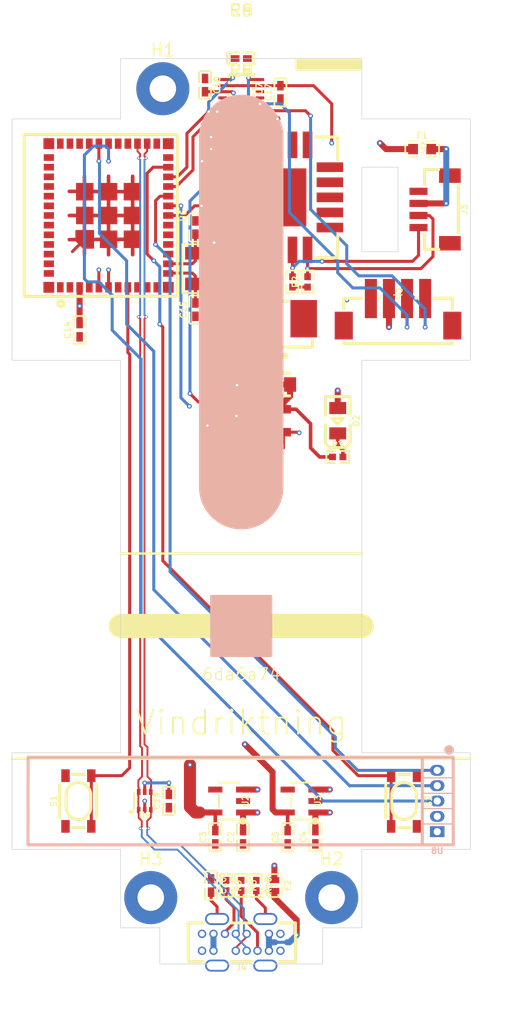
<source format=kicad_pcb>
(kicad_pcb (version 20240108) (generator "pcbnew") (generator_version "8.0")
  (layers (0 "F.Cu" signal) (1 "In1.Cu" signal) (2 "In2.Cu" signal) (31 "B.Cu" signal) (34 "B.Paste" user) (35 "F.Paste" user) (36 "B.SilkS" user "B.Silkscreen") (37 "F.SilkS" user "F.Silkscreen") (38 "B.Mask" user) (39 "F.Mask" user) (44 "Edge.Cuts" user))
  (net 0 "")
  (net 1 "SDA")
  (net 2 "GND")
  (net 3 "U5-5")
  (net 4 "U5-7")
  (net 5 "3V3_PERIPHERAL")
  (net 6 "U5-2")
  (net 7 "SCL")
  (net 8 "U6-17")
  (net 9 "U6-32")
  (net 10 "U6-15")
  (net 11 "MCU_GPIO4")
  (net 12 "U6-9")
  (net 13 "MCU_GPIO10")
  (net 14 "U6-24")
  (net 15 "U6-7")
  (net 16 "U6-4")
  (net 17 "U6-35")
  (net 18 "MCU_GPIO1")
  (net 19 "CHIP_EN")
  (net 20 "U6-25")
  (net 21 "U6-10")
  (net 22 "MCU_GPIO0")
  (net 23 "3V3_MCU")
  (net 24 "U6-28")
  (net 25 "MCU_GPIO5")
  (net 26 "U6-29")
  (net 27 "MCU_GPIO6")
  (net 28 "U6-34")
  (net 29 "U6-33")
  (net 30 "MCU_GPIO9")
  (net 31 "DSF_MCU_UART1_RX")
  (net 32 "DSF_MCU_UART1_TX")
  (net 33 "USF_PM_SENSOR_LEVEL_SHIFTER_RX")
  (net 34 "USF_PM_SENSOR_LEVEL_SHIFTER_TX")
  (net 35 "5V")
  (net 36 "U4-1")
  (net 37 "U4-4")
  (net 38 "LED1-2-U4-8")
  (net 39 "USB_CC1")
  (net 40 "VBUS")
  (net 41 "C20-1-J4-0-R10-1")
  (net 42 "USB_DN")
  (net 43 "USB_DP")
  (net 44 "USB_CC2")
  (net 45 "U3-4")
  (net 46 "U2-4")
  (net 47 "FAN_OUT-")
  (net 48 "DSF_MCU_UART0_TX")
  (net 49 "D2-2-R7-1")
  (net 50 "U1-17")
  (net 51 "U1-2")
  (net 52 "U1-8")
  (net 53 "U1-1")
  (net 54 "U1-15")
  (net 55 "U1-18")
  (net 56 "U1-5")
  (net 57 "U1-4")
  (net 58 "U1-11")
  (net 59 "U1-3")
  (net 60 "U1-13")
  (net 61 "U1-16")
  (net 62 "U1-14")
  (net 63 "U1-12")
  (net 64 "LED3-4-LED4-2")
  (net 65 "LED2-4-LED3-2")
  (net 66 "LED1-4-LED2-2")
  (net 67 "LED5-4")
  (net 68 "LED4-4-LED5-2")
  (net 69 "R1-2-R2-2")
  (net 70 "F1-1-J3-2")
  (net 71 "J2-5")
  (net 72 "J2-6")
  (net 73 "J3-5")
  (net 74 "J3-6")
  (net 75 "J1-4")
  (net 76 "J1-3")
  (net 77 "DSF_MCU_UART0_RX")
  (net 78 "U6-27")
  (net 79 "U6-30")
  (net 80 "U6-5")
  (net 81 "U6-26")
  (net 82 "U6-21")
  (net 83 "U6-31")
  (net 84 "U6-6")
  (net 85 "U2-3-U3-3")
  (net 86 "U6-22")
  (footprint "lcsc:C0402" (layer "F.Cu") (at 1.15 5 180)
    (property "Reference" "C1")
    (property "Value" "100nF 16V X7R")
  )
  (footprint "lcsc:KEY-SMD_4P-L4.2-W3.2-P2.20-LS4.6" (layer "F.Cu") (at -13.5 61.5 270)
    (property "Reference" "S1")
    (property "Value" "Button")
  )
  (footprint "lcsc:C0402" (layer "F.Cu") (at -6 61.5 -90)
    (property "Reference" "C19")
    (property "Value" "100nF 16V X7R")
  )
  (footprint "lcsc:CONN-SMD_ZH1.5-4AB" (layer "F.Cu") (at 13 21 180)
    (property "Reference" "J2")
    (property "Value" "B4B_ZR_SM4_TF")
  )
  (footprint "lcsc:R0402" (layer "F.Cu") (at 0 0 0)
    (property "Reference" "R6")
    (property "Value" "100Ω")
  )
  (footprint "lcsc:R0402" (layer "F.Cu") (at 1.25 68.5 90)
    (property "Reference" "R10")
    (property "Value" "1MΩ")
  )
  (footprint "lcsc:WIFIM-SMD_ESP32-C3-MINI-MINI-1U" (layer "F.Cu") (at -11 13 90)
    (property "Reference" "U6")
    (property "Value" "ESP32_C3_MINI_1")
  )
  (footprint "lcsc:CONN-SMD_BM04B-SRSS-TBT-LF-SN" (layer "F.Cu") (at 16 12.5 90)
    (property "Reference" "J3")
    (property "Value" "QWIIC")
  )
  (footprint "lcsc:R0402" (layer "F.Cu") (at 0 68.5 90)
    (property "Reference" "R8")
    (property "Value" "5.1kΩ")
  )
  (footprint "lcsc:SOT-23-5_L3.0-W1.7-P0.95-LS2.8-BL" (layer "F.Cu") (at 5 61.5 90)
    (property "Reference" "U3")
    (property "Value" "LDO 3.3V Vin max 4.8V - 5.2V Iq ")
  )
  (footprint "lcsc:C0402" (layer "F.Cu") (at -2.15 64.5 -90)
    (property "Reference" "C3")
    (property "Value" "100nF 16V X7R")
  )
  (footprint "lcsc:KEY-SMD_4P-L4.2-W3.2-P2.20-LS4.6" (layer "F.Cu") (at 13.5 61.5 90)
    (property "Reference" "S2")
    (property "Value" "Button")
  )
  (footprint "lcsc:R0402" (layer "F.Cu") (at -1.25 68.5 90)
    (property "Reference" "R9")
    (property "Value" "5.1kΩ")
  )
  (footprint "lcsc:VSON8_L2.0-W2.3-P0.50-LS3.1-BL" (layer "F.Cu") (at 0 2.5 90)
    (property "Reference" "U7")
    (property "Value" "TXS0102DCUR")
  )
  (footprint "lcsc:SOT-23-3_L2.9-W1.3-P1.90-LS2.4-BR" (layer "F.Cu") (at 2.5 30 0)
    (property "Reference" "Q1")
    (property "Value" "MOSFET")
  )
  (footprint "lcsc:C0402" (layer "F.Cu") (at 6.15 64.5 -90)
    (property "Reference" "C4")
    (property "Value" "100nF 16V X7R")
  )
  (footprint "lcsc:USB-C-TH_TYPE-C-USB-14P" (layer "F.Cu") (at 0 73.2 0)
    (property "Reference" "J4")
    (property "Value" "USB_Type_C_Receptacle_14_pin_Vertical")
  )
  (footprint "lcsc:C0402" (layer "F.Cu") (at 0 0 0)
    (property "Reference" "C8")
    (property "Value" "100nF 16V X7R")
  )
  (footprint "lcsc:LED0805-R-RD" (layer "F.Cu") (at 8 30 90)
    (property "Reference" "D2")
    (property "Value" "2V")
  )
  (footprint "lcsc:SOT-23-5_L3.0-W1.7-P0.95-LS2.8-BL" (layer "F.Cu") (at -1 61.5 90)
    (property "Reference" "U2")
    (property "Value" "LDO 3.3V ±2% Vin max 4.8V - 5.2V Iq ")
  )
  (footprint "lcsc:R0402" (layer "F.Cu") (at 8 33 180)
    (property "Reference" "R7")
    (property "Value" "2.2kΩ")
  )
  (footprint "lcsc:C0402" (layer "F.Cu") (at 3.25 2.8 -90)
    (property "Reference" "C17")
    (property "Value" "100nF 16V X7R")
  )
  (footprint "lcsc:LGA-20_L10.1-W10.1-P1.25-TL" (layer "F.Cu") (at 3 11.5 0)
    (property "Reference" "U1")
    (property "Value" "SCD40")
  )
  (footprint "lcsc:CONN-SMD_1.25-2P" (layer "F.Cu") (at 2 23 180)
    (property "Reference" "J1")
    (property "Value" "pf_533984002")
  )
  (footprint "lcsc:R0402" (layer "F.Cu") (at 4.25 18.5 270)
    (property "Reference" "R1")
    (property "Value" "100Ω")
  )
  (footprint "lcsc:C0402" (layer "F.Cu") (at 0 0 0)
    (property "Reference" "C9")
    (property "Value" "100nF 16V X7R")
  )
  (footprint "lcsc:F0603" (layer "F.Cu") (at 15 7.5 180)
    (property "Reference" "F1")
    (property "Value" "Fuse")
  )
  (footprint "lcsc:C0402" (layer "F.Cu") (at -3 2.2 90)
    (property "Reference" "C18")
    (property "Value" "100nF 16V X7R")
  )
  (footprint "lcsc:CRYSTAL-SMD_L3.2-W1.5-1" (layer "F.Cu") (at -3.8 17.4 90)
    (property "Reference" "XTAL1")
    (property "Value" "Crystal")
  )
  (footprint "lcsc:C0402" (layer "F.Cu") (at -3.799999999999999 13.999999999999998 450)
    (property "Reference" "C16")
    (property "Value" "15pF 50V C0G")
  )
  (footprint "lcsc:C0402" (layer "F.Cu") (at -3.8 20.799999999999997 270)
    (property "Reference" "C15")
    (property "Value" "15pF 50V C0G")
  )
  (footprint "lcsc:C0402" (layer "F.Cu") (at 0.15 64.5 -90)
    (property "Reference" "C2")
    (property "Value" "100nF 16V X7R")
  )
  (footprint "lcsc:R0402" (layer "F.Cu") (at 2.5 32.5 180)
    (property "Reference" "R5")
    (property "Value" "100Ω")
  )
  (footprint "lcsc:SOT-666-6_L1.6-W1.2-P0.50-LS1.6-BL" (layer "F.Cu") (at -8 61.5 0)
    (property "Reference" "U9")
    (property "Value" "USB2_0_ESD_Protection")
  )
  (footprint "lcsc:SOD-123F_L2.8-W1.8-LS3.7-RD" (layer "F.Cu") (at 2.5 27 180)
    (property "Reference" "D1")
    (property "Value" "1.1V")
  )
  (footprint "lcsc:C0402" (layer "F.Cu") (at 3.85 64.5 -90)
    (property "Reference" "C5")
    (property "Value" "100nF 16V X7R")
  )
  (footprint "lcsc:R0402" (layer "F.Cu") (at 5.5 18.5 270)
    (property "Reference" "R2")
    (property "Value" "100Ω")
  )
  (footprint "lcsc:VSON8_L2.0-W2.3-P0.50-LS3.1-BL" (layer "F.Cu") (at -1.5 30 0)
    (property "Reference" "U4")
    (property "Value" "TXS0102DCUR")
  )
  (footprint "lcsc:C0402" (layer "F.Cu") (at -13.4 22.5 -90)
    (property "Reference" "C14")
    (property "Value" "100nF 16V X7R")
  )
  (footprint "lcsc:F0402" (layer "F.Cu") (at 2.75 68.5 90)
    (property "Reference" "F2")
    (property "Value" "Fuse")
  )
  (footprint "lcsc:C0402" (layer "F.Cu") (at -2.5 68.5 90)
    (property "Reference" "C20")
    (property "Value" "100nF 16V X7R")
  )
  (footprint "lcsc:C0402" (layer "B.Cu") (at 0.9500000000000002 9 180)
    (property "Reference" "C6")
    (property "Value" "100nF 16V X7R")
  )
  (footprint "lcsc:LED-SMD_4P-L3.5-W2.8-BR-1" (layer "B.Cu") (at 0 29.299999999999997 180)
    (property "Reference" "LED4")
    (property "Value" "XL_3528RGBW_WS2812B")
  )
  (footprint "lcsc:LED-SMD_4P-L3.5-W2.8-BR-1" (layer "B.Cu") (at 0 23.2 180)
    (property "Reference" "LED3")
    (property "Value" "XL_3528RGBW_WS2812B")
  )
  (footprint "lcsc:LED-SMD_4P-L3.5-W2.8-BR-1" (layer "B.Cu") (at 0 11 180)
    (property "Reference" "LED1")
    (property "Value" "XL_3528RGBW_WS2812B")
  )
  (footprint "lcsc:C0402" (layer "B.Cu") (at 0.9500000000000002 15.100000000000001 180)
    (property "Reference" "C7")
    (property "Value" "100nF 16V X7R")
  )
  (footprint "lcsc:C0402" (layer "B.Cu") (at 0.9500000000000002 33.4 180)
    (property "Reference" "C23")
    (property "Value" "100nF 16V X7R")
  )
  (footprint "lcsc:C0402" (layer "B.Cu") (at 0.8800000000000002 5.5 180)
    (property "Reference" "C13")
    (property "Value" "100nF 16V X7R")
  )
  (footprint "lcsc:LED-SMD_4P-L3.5-W2.8-BR-1" (layer "B.Cu") (at 0 17.1 180)
    (property "Reference" "LED2")
    (property "Value" "XL_3528RGBW_WS2812B")
  )
  (footprint "lcsc:WSOF-6_L2.6-W1.6-P0.50-TL-EP" (layer "B.Cu") (at 0 7 180)
    (property "Reference" "U5")
    (property "Value" "BH1750FVI_TR")
  )
  (footprint "lcsc:LED-SMD_4P-L3.5-W2.8-BR-1" (layer "B.Cu") (at 0 35.4 180)
    (property "Reference" "LED5")
    (property "Value" "XL_3528RGBW_WS2812B")
  )
  (footprint "lcsc:R0402" (layer "B.Cu") (at -1.8600000000000003 8.5 180)
    (property "Reference" "R4")
    (property "Value" "100Ω")
  )
  (footprint "lcsc:C0402" (layer "B.Cu") (at 0.9500000000000002 27.299999999999997 180)
    (property "Reference" "C22")
    (property "Value" "100nF 16V X7R")
  )
  (footprint "lcsc:R0402" (layer "B.Cu") (at -1.8599999999999999 5.5 180)
    (property "Reference" "R3")
    (property "Value" "100Ω")
  )
  (footprint "lcsc:SENSORM-TH_HLK-LD2410B-P" (layer "B.Cu") (at 16.25 61.5 0)
    (property "Reference" "U8")
    (property "Value" "HLK_LD2410B_P")
  )
  (footprint "lcsc:C0402" (layer "B.Cu") (at 0.9500000000000002 21.2 180)
    (property "Reference" "C21")
    (property "Value" "100nF 16V X7R")
  )
  (footprint "MountingHole:MountingHole_2.2mm_M2_Pad" (layer "F.Cu") (at 7.5 69.5 0)
    (property "Reference" "H2")
    (property "Value" "Mounting_Hole")
  )
  (footprint "MountingHole:MountingHole_2.2mm_M2_Pad" (layer "F.Cu") (at -6.5 2.5 0)
    (property "Reference" "H1")
    (property "Value" "Mounting_Hole")
  )
  (footprint "MountingHole:MountingHole_2.2mm_M2_Pad" (layer "F.Cu") (at -7.5 69.5 0)
    (property "Reference" "H3")
    (property "Value" "Mounting_Hole")
  )
  (via (at 5.5 17.4) (size 0.4) (drill 0.2) (net 1) (layers "F.Cu" "B.Cu"))
  (via (at -2.5 7.5) (size 0.4) (drill 0.2) (net 1) (layers "F.Cu" "B.Cu"))
  (via (at -11 17.5) (size 0.4) (drill 0.2) (net 1) (layers "F.Cu" "B.Cu"))
  (via (at -8 61.5) (size 0.4) (drill 0.2) (net 2) (layers "F.Cu" "B.Cu"))
  (via (at -2.25 15.25) (size 0.4) (drill 0.2) (net 5) (layers "F.Cu" "B.Cu"))
  (via (at 0.3 56.8) (size 0.4) (drill 0.2) (net 5) (layers "F.Cu" "B.Cu"))
  (via (at 11.5 7) (size 0.4) (drill 0.2) (net 5) (layers "F.Cu" "B.Cu"))
  (via (at 7.5 7) (size 0.4) (drill 0.2) (net 5) (layers "F.Cu" "B.Cu"))
  (via (at -3.25 8.5) (size 0.4) (drill 0.2) (net 5) (layers "F.Cu" "B.Cu"))
  (via (at 3 5) (size 0.4) (drill 0.2) (net 5) (layers "F.Cu" "B.Cu"))
  (via (at -2.8 30.4) (size 0.4) (drill 0.2) (net 5) (layers "F.Cu" "B.Cu"))
  (via (at 6.7 16.8) (size 0.4) (drill 0.2) (net 7) (layers "F.Cu" "B.Cu"))
  (via (at -11.8 17.5) (size 0.4) (drill 0.2) (net 7) (layers "F.Cu" "B.Cu"))
  (via (at 4.25 17.35) (size 0.4) (drill 0.2) (net 7) (layers "F.Cu" "B.Cu"))
  (via (at -2.5 6.5) (size 0.4) (drill 0.2) (net 7) (layers "F.Cu" "B.Cu"))
  (via (at -3.3 12.2) (size 0.4) (drill 0.2) (net 11) (layers "F.Cu" "B.Cu"))
  (via (at 4.8 31) (size 0.4) (drill 0.2) (net 11) (layers "F.Cu" "B.Cu"))
  (via (at -13.4 20.5) (size 0.4) (drill 0.2) (net 23) (layers "F.Cu" "B.Cu"))
  (via (at -4.25 58.5) (size 0.4) (drill 0.2) (net 23) (layers "F.Cu" "B.Cu"))
  (via (at -4.3 28.8) (size 0.4) (drill 0.2) (net 25) (layers "F.Cu" "B.Cu"))
  (via (at -0.4 29.6) (size 0.4) (drill 0.2) (net 25) (layers "F.Cu" "B.Cu"))
  (via (at -5 12.2) (size 0.4) (drill 0.2) (net 25) (layers "F.Cu" "B.Cu"))
  (via (at -7.1 15.4) (size 0.4) (drill 0.2) (net 27) (layers "F.Cu" "B.Cu"))
  (via (at -7.25 16.75) (size 0.4) (drill 0.2) (net 30) (layers "F.Cu" "B.Cu"))
  (via (at -6.75 22) (size 0.4) (drill 0.2) (net 30) (layers "F.Cu" "B.Cu"))
  (via (at -2.7 4.4) (size 0.4) (drill 0.2) (net 31) (layers "F.Cu" "B.Cu"))
  (via (at -0.7 1.6) (size 0.4) (drill 0.2) (net 31) (layers "F.Cu" "B.Cu"))
  (via (at -2 4.4) (size 0.4) (drill 0.2) (net 32) (layers "F.Cu" "B.Cu"))
  (via (at 0.6 1.6) (size 0.4) (drill 0.2) (net 32) (layers "F.Cu" "B.Cu"))
  (via (at 15.25 22.25) (size 0.4) (drill 0.2) (net 33) (layers "F.Cu" "B.Cu"))
  (via (at 5.75 4.75) (size 0.4) (drill 0.2) (net 33) (layers "F.Cu" "B.Cu"))
  (via (at 13.75 22.25) (size 0.4) (drill 0.2) (net 34) (layers "F.Cu" "B.Cu"))
  (via (at 1.55 3.75) (size 0.4) (drill 0.2) (net 34) (layers "F.Cu" "B.Cu"))
  (via (at 12.25 22.25) (size 0.4) (drill 0.2) (net 35) (layers "F.Cu" "B.Cu"))
  (via (at 8 27.5) (size 0.4) (drill 0.2) (net 35) (layers "F.Cu" "B.Cu"))
  (via (at -6 60) (size 0.4) (drill 0.2) (net 35) (layers "F.Cu" "B.Cu"))
  (via (at -0.65 2.85) (size 0.4) (drill 0.2) (net 35) (layers "F.Cu" "B.Cu"))
  (via (at 8.75 20) (size 0.4) (drill 0.2) (net 35) (layers "F.Cu" "B.Cu"))
  (via (at -0.35 27.05) (size 0.4) (drill 0.2) (net 35) (layers "F.Cu" "B.Cu"))
  (via (at 7.35 62.45) (size 0.4) (drill 0.2) (net 35) (layers "F.Cu" "B.Cu"))
  (via (at 7.35 60.55) (size 0.4) (drill 0.2) (net 35) (layers "F.Cu" "B.Cu"))
  (via (at -8 60) (size 0.4) (drill 0.2) (net 35) (layers "F.Cu" "B.Cu"))
  (via (at 1.35 62.45) (size 0.4) (drill 0.2) (net 35) (layers "F.Cu" "B.Cu"))
  (via (at 2.75 66.85) (size 0.4) (drill 0.2) (net 35) (layers "F.Cu" "B.Cu"))
  (via (at 1.35 60.55) (size 0.4) (drill 0.2) (net 35) (layers "F.Cu" "B.Cu"))
  (via (at -4.25 27.75) (size 0.4) (drill 0.2) (net 38) (layers "F.Cu" "B.Cu"))
  (via (at 4.6 72.6) (size 0.4) (drill 0.2) (net 40) (layers "F.Cu" "B.Cu"))
  (via (at -7.670703 63.763051) (size 0.25) (drill 0.15) (net 42) (layers "F.Cu" "B.Cu"))
  (via (at -7.875 8.25) (size 0.25) (drill 0.15) (net 42) (layers "F.Cu" "B.Cu"))
  (via (at -7.875 21.4) (size 0.25) (drill 0.15) (net 42) (layers "F.Cu" "B.Cu"))
  (via (at -8.525 21.4) (size 0.25) (drill 0.15) (net 43) (layers "F.Cu" "B.Cu"))
  (via (at -8.525 8.25) (size 0.25) (drill 0.15) (net 43) (layers "F.Cu" "B.Cu"))
  (via (at -8.370703 63.763051) (size 0.25) (drill 0.15) (net 43) (layers "F.Cu" "B.Cu"))
  (via (at -11.8 8.5) (size 0.4) (drill 0.2) (net 48) (layers "F.Cu" "B.Cu"))
  (via (at 17 12) (size 0.4) (drill 0.2) (net 70) (layers "F.Cu" "B.Cu"))
  (via (at 17 7.5) (size 0.4) (drill 0.2) (net 70) (layers "F.Cu" "B.Cu"))
  (via (at -11 8.5) (size 0.4) (drill 0.2) (net 77) (layers "F.Cu" "B.Cu"))
  (segment (start 15.9 16.4) (end 15.9 13.3) (width 0.25) (layer "F.Cu") (net 1))
  (segment (start 14.9 17.4) (end 15.9 16.4) (width 0.25) (layer "F.Cu") (net 1))
  (segment (start -11 18.95) (end -11 17.5) (width 0.25) (layer "F.Cu") (net 1))
  (segment (start 15.6 13) (end 14.7 13) (width 0.25) (layer "F.Cu") (net 1))
  (segment (start 15.9 13.3) (end 15.6 13) (width 0.25) (layer "F.Cu") (net 1))
  (segment (start 5.5 18.07) (end 5.5 17.4) (width 0.25) (layer "F.Cu") (net 1))
  (segment (start 5.5 17.4) (end 14.9 17.4) (width 0.25) (layer "F.Cu") (net 1))
  (segment (start 5.5 17.4) (end 5.5 15.85) (width 0.25) (layer "F.Cu") (net 1))
  (segment (start -1.43 7.5) (end -2.5 7.5) (width 0.25) (layer "B.Cu") (net 1))
  (segment (start -1.43 8.5) (end -1.43 7.5) (width 0.25) (layer "B.Cu") (net 1))
  (segment (start -9.02 11.03) (end -14.25 11) (width 0.3) (layer "F.Cu") (net 2))
  (segment (start -13 16.25) (end -13 9.75) (width 0.3) (layer "F.Cu") (net 2))
  (segment (start -9.02 14.97) (end -14.25 15) (width 0.3) (layer "F.Cu") (net 2))
  (segment (start -9 16.25) (end -9 9.75) (width 0.3) (layer "F.Cu") (net 2))
  (segment (start -9.02 13) (end -14.25 13) (width 0.3) (layer "F.Cu") (net 2))
  (segment (start -11 16.25) (end -11 9.75) (width 0.3) (layer "F.Cu") (net 2))
  (segment (start -8 62.25) (end -8 61.5) (width 0.25) (layer "F.Cu") (net 2))
  (segment (start -12.98 14.97) (end -14 15.99) (width 0.25) (layer "F.Cu") (net 2))
  (segment (start 6 2.25) (end 7.5 3.75) (width 0.25) (layer "F.Cu") (net 5))
  (segment (start 2.6 62.2) (end 2.6 59.1) (width 0.5) (layer "F.Cu") (net 5))
  (segment (start 1.75 17.75) (end 1.5 18) (width 0.5) (layer "F.Cu") (net 5))
  (segment (start -2.25 16.75) (end -2.25 15.25) (width 0.5) (layer "F.Cu") (net 5))
  (segment (start 1.5 18) (end -1 18) (width 0.5) (layer "F.Cu") (net 5))
  (segment (start -1.25 30.1) (end -1.25 28.5) (width 0.25) (layer "F.Cu") (net 5))
  (segment (start 1.7 5) (end 3 5) (width 0.5) (layer "F.Cu") (net 5))
  (segment (start 1.75 7.15) (end 1.75 5) (width 0.5) (layer "F.Cu") (net 5))
  (segment (start 3.85 62.45) (end 2.85 62.45) (width 0.5) (layer "F.Cu") (net 5))
  (segment (start -1.25 30.1) (end -2.5 30.1) (width 0.25) (layer "F.Cu") (net 5))
  (segment (start -1.25 32.95) (end -1.25 31.55) (width 0.25) (layer "F.Cu") (net 5))
  (segment (start -1 18) (end -2.25 16.75) (width 0.5) (layer "F.Cu") (net 5))
  (segment (start 12 7.5) (end 11.5 7) (width 0.5) (layer "F.Cu") (net 5))
  (segment (start 1.55 2.25) (end 3.25 2.25) (width 0.25) (layer "F.Cu") (net 5))
  (segment (start 2.85 62.45) (end 2.6 62.2) (width 0.5) (layer "F.Cu") (net 5))
  (segment (start -1.25 31.6) (end -1.25 30.1) (width 0.25) (layer "F.Cu") (net 5))
  (segment (start -2.5 30.1) (end -2.8 30.4) (width 0.25) (layer "F.Cu") (net 5))
  (segment (start 3.25 2.25) (end 6 2.25) (width 0.25) (layer "F.Cu") (net 5))
  (segment (start -1.55 2.25) (end 1.55 2.25) (width 0.25) (layer "F.Cu") (net 5))
  (segment (start 3.85 63.95) (end 3.85 62.45) (width 0.3) (layer "F.Cu") (net 5))
  (segment (start 2.6 59.1) (end 0.3 56.8) (width 0.5) (layer "F.Cu") (net 5))
  (segment (start 1.75 15.85) (end 1.75 17.75) (width 0.5) (layer "F.Cu") (net 5))
  (segment (start 14.25 7.5) (end 12 7.5) (width 0.5) (layer "F.Cu") (net 5))
  (segment (start 7.5 3.75) (end 7.5 7) (width 0.25) (layer "F.Cu") (net 5))
  (segment (start -3.25 5.75) (end -3 5.5) (width 0.25) (layer "B.Cu") (net 5))
  (segment (start -3 5.5) (end -2.29 5.5) (width 0.25) (layer "B.Cu") (net 5))
  (segment (start 1.43 5.5) (end 1.43 6.5) (width 0.25) (layer "B.Cu") (net 5))
  (segment (start -2.29 8.5) (end -3.25 8.5) (width 0.25) (layer "B.Cu") (net 5))
  (segment (start 2.5 5.5) (end 3 5) (width 0.25) (layer "B.Cu") (net 5))
  (segment (start 1.43 5.5) (end 2.5 5.5) (width 0.25) (layer "B.Cu") (net 5))
  (segment (start -3.25 8.5) (end -3.25 5.75) (width 0.25) (layer "B.Cu") (net 5))
  (segment (start 14.7 14) (end 14.7 16.3) (width 0.25) (layer "F.Cu") (net 7))
  (segment (start 14.2 16.8) (end 6.7 16.8) (width 0.25) (layer "F.Cu") (net 7))
  (segment (start 14.7 16.3) (end 14.3 16.7) (width 0.25) (layer "F.Cu") (net 7))
  (segment (start 14.3 16.7) (end 14.2 16.8) (width 0.25) (layer "F.Cu") (net 7))
  (segment (start 4.25 17.35) (end 4.25 15.85) (width 0.25) (layer "F.Cu") (net 7))
  (segment (start 4.25 18.07) (end 4.25 17.35) (width 0.25) (layer "F.Cu") (net 7))
  (segment (start -11.8 18.95) (end -11.8 17.5) (width 0.25) (layer "F.Cu") (net 7))
  (segment (start 6.7 16.8) (end 4.8 16.8) (width 0.25) (layer "B.Cu") (net 7))
  (segment (start -1.43 5.5) (end -1.43 6.5) (width 0.25) (layer "B.Cu") (net 7))
  (segment (start -1.43 6.5) (end -2.5 6.5) (width 0.25) (layer "B.Cu") (net 7))
  (segment (start 4.8 16.8) (end 4.25 17.35) (width 0.25) (layer "B.Cu") (net 7))
  (segment (start -3.3 12.2) (end -3.865 12.2) (width 0.25) (layer "F.Cu") (net 11))
  (segment (start 3.5 30.95) (end 4.75 30.95) (width 0.25) (layer "F.Cu") (net 11))
  (segment (start -4.665 13) (end -6.05 13) (width 0.25) (layer "F.Cu") (net 11))
  (segment (start 2.93 32.5) (end 3.25 32.5) (width 0.25) (layer "F.Cu") (net 11))
  (segment (start 4.75 30.95) (end 4.8 31) (width 0.25) (layer "F.Cu") (net 11))
  (segment (start 3.5 32.25) (end 3.5 30.95) (width 0.25) (layer "F.Cu") (net 11))
  (segment (start 3.5 32.25) (end 3.25 32.5) (width 0.25) (layer "F.Cu") (net 11))
  (segment (start -3.865 12.2) (end -4.665 13) (width 0.25) (layer "F.Cu") (net 11))
  (segment (start -3.8 14.55) (end -3.8 16.13) (width 0.25) (layer "F.Cu") (net 18))
  (segment (start -3.8 16.13) (end -3.8 16.75) (width 0.25) (layer "F.Cu") (net 18))
  (segment (start -3.8 16.75) (end -4.05 17) (width 0.25) (layer "F.Cu") (net 18))
  (segment (start -4.05 17) (end -6.05 17) (width 0.25) (layer "F.Cu") (net 18))
  (segment (start -12.43 63.6) (end -12.43 59.4) (width 0.25) (layer "F.Cu") (net 19))
  (segment (start -9.4 24.35) (end -9.25 24.5) (width 0.25) (layer "F.Cu") (net 19))
  (segment (start -9.25 58.75) (end -9.9 59.4) (width 0.25) (layer "F.Cu") (net 19))
  (segment (start -9.9 59.4) (end -12.43 59.4) (width 0.25) (layer "F.Cu") (net 19))
  (segment (start -9.4 18.95) (end -9.4 24.35) (width 0.25) (layer "F.Cu") (net 19))
  (segment (start -9.25 24.5) (end -9.25 58.75) (width 0.25) (layer "F.Cu") (net 19))
  (segment (start -3.8 18.025) (end -4.05 17.775) (width 0.25) (layer "F.Cu") (net 22))
  (segment (start -3.8 20.25) (end -3.8 18.67) (width 0.25) (layer "F.Cu") (net 22))
  (segment (start -3.8 18.645) (end -3.8 18.025) (width 0.25) (layer "F.Cu") (net 22))
  (segment (start -4.05 17.775) (end -6.05 17.775) (width 0.25) (layer "F.Cu") (net 22))
  (segment (start -4.25 62) (end -4.25 58.5) (width 1) (layer "F.Cu") (net 23))
  (segment (start -3.45 62.45) (end -3.8 62.45) (width 1) (layer "F.Cu") (net 23))
  (segment (start -2.15 63.95) (end -2.15 62.45) (width 0.3) (layer "F.Cu") (net 23))
  (segment (start -13.4 20.5) (end -13.4 21.95) (width 0.5) (layer "F.Cu") (net 23))
  (segment (start -3.8 62.45) (end -4.25 62) (width 1) (layer "F.Cu") (net 23))
  (segment (start -13.4 18.95) (end -13.4 20.5) (width 0.5) (layer "F.Cu") (net 23))
  (segment (start -2.15 62.45) (end -3.45 62.45) (width 0.5) (layer "F.Cu") (net 23))
  (segment (start -0.74 28.45) (end -0.74 29.26) (width 0.25) (layer "F.Cu") (net 25))
  (segment (start -0.74 29.26) (end -0.4 29.6) (width 0.25) (layer "F.Cu") (net 25))
  (segment (start -6.05 12.2) (end -5 12.2) (width 0.25) (layer "F.Cu") (net 25))
  (segment (start -5 12.2) (end -5 28.1) (width 0.25) (layer "B.Cu") (net 25))
  (segment (start -5 28.1) (end -4.3 28.8) (width 0.25) (layer "B.Cu") (net 25))
  (segment (start -6.725 11.4) (end -7.1 11.775) (width 0.25) (layer "F.Cu") (net 27))
  (segment (start -7.1 11.775) (end -7.1 15.4) (width 0.25) (layer "F.Cu") (net 27))
  (segment (start -6.05 11.4) (end -6.725 11.4) (width 0.25) (layer "F.Cu") (net 27))
  (segment (start -5.9 16.6) (end -5.9 42.5) (width 0.25) (layer "B.Cu") (net 27))
  (segment (start -5.9 42.5) (end 7.8 56.2) (width 0.25) (layer "B.Cu") (net 27))
  (segment (start 9.66 58.96) (end 16.25 58.96) (width 0.25) (layer "B.Cu") (net 27))
  (segment (start -7.1 15.4) (end -5.9 16.6) (width 0.25) (layer "B.Cu") (net 27))
  (segment (start 7.8 57.1) (end 9.66 58.96) (width 0.25) (layer "B.Cu") (net 27))
  (segment (start 7.8 56.2) (end 7.8 57.1) (width 0.25) (layer "B.Cu") (net 27))
  (segment (start 9.7 59.4) (end 7.6 57.3) (width 0.25) (layer "F.Cu") (net 30))
  (segment (start -6.5 41.601041) (end -6.5 22.25) (width 0.25) (layer "F.Cu") (net 30))
  (segment (start -7.8 16.2) (end -7.8 9.5) (width 0.25) (layer "F.Cu") (net 30))
  (segment (start 7.6 57.3) (end 7.6 55.701041) (width 0.25) (layer "F.Cu") (net 30))
  (segment (start -6.5 22.25) (end -6.75 22) (width 0.25) (layer "F.Cu") (net 30))
  (segment (start 12.43 59.4) (end 9.7 59.4) (width 0.25) (layer "F.Cu") (net 30))
  (segment (start -7.25 16.75) (end -7.8 16.2) (width 0.25) (layer "F.Cu") (net 30))
  (segment (start 12.43 63.6) (end 12.43 59.4) (width 0.25) (layer "F.Cu") (net 30))
  (segment (start -7.8 9.5) (end -7.3 9) (width 0.25) (layer "F.Cu") (net 30))
  (segment (start 7.6 55.701041) (end -6.5 41.601041) (width 0.25) (layer "F.Cu") (net 30))
  (segment (start -7.3 9) (end -6.05 9) (width 0.25) (layer "F.Cu") (net 30))
  (segment (start -6.75 17.25) (end -6.75 22) (width 0.25) (layer "B.Cu") (net 30))
  (segment (start -7.25 16.75) (end -6.75 17.25) (width 0.25) (layer "B.Cu") (net 30))
  (segment (start -1.55 1.74) (end -0.84 1.74) (width 0.25) (layer "F.Cu") (net 31))
  (segment (start -4.5 9) (end -4.5 6.2) (width 0.25) (layer "F.Cu") (net 31))
  (segment (start -5.3 9.8) (end -4.5 9) (width 0.25) (layer "F.Cu") (net 31))
  (segment (start -4.5 6.2) (end -2.7 4.4) (width 0.25) (layer "F.Cu") (net 31))
  (segment (start -0.84 1.74) (end -0.7 1.6) (width 0.25) (layer "F.Cu") (net 31))
  (segment (start -6.05 9.8) (end -5.3 9.8) (width 0.25) (layer "F.Cu") (net 31))
  (segment (start -2.7 3.6) (end -0.7 1.6) (width 0.25) (layer "B.Cu") (net 31))
  (segment (start -2.7 4.4) (end -2.7 3.6) (width 0.25) (layer "B.Cu") (net 31))
  (segment (start -6.05 10.6) (end -5.375 10.6) (width 0.25) (layer "F.Cu") (net 32))
  (segment (start -2 4.484889) (end -2 4.4) (width 0.25) (layer "F.Cu") (net 32))
  (segment (start -4 6.484889) (end -2 4.484889) (width 0.25) (layer "F.Cu") (net 32))
  (segment (start 0.74 1.74) (end 0.6 1.6) (width 0.25) (layer "F.Cu") (net 32))
  (segment (start -5.375 10.6) (end -4 9.225) (width 0.25) (layer "F.Cu") (net 32))
  (segment (start 1.55 1.74) (end 0.74 1.74) (width 0.25) (layer "F.Cu") (net 32))
  (segment (start -4 6.7) (end -4 6.484889) (width 0.25) (layer "F.Cu") (net 32))
  (segment (start -4 9.225) (end -4 6.7) (width 0.25) (layer "F.Cu") (net 32))
  (segment (start -2 4.4) (end -0.4 4.4) (width 0.25) (layer "B.Cu") (net 32))
  (segment (start -0.4 4.4) (end 0.6 3.4) (width 0.25) (layer "B.Cu") (net 32))
  (segment (start 0.6 3.4) (end 0.6 1.6) (width 0.25) (layer "B.Cu") (net 32))
  (segment (start 15.25 19.88) (end 15.25 22.25) (width 0.25) (layer "F.Cu") (net 33))
  (segment (start -1.55 3.26) (end -1.55 3.7) (width 0.25) (layer "F.Cu") (net 33))
  (segment (start -1.55 3.7) (end -0.925 4.325) (width 0.25) (layer "F.Cu") (net 33))
  (segment (start 3 4.325) (end 5.325 4.325) (width 0.25) (layer "F.Cu") (net 33))
  (segment (start -0.925 4.325) (end 3 4.325) (width 0.25) (layer "F.Cu") (net 33))
  (segment (start 5.325 4.325) (end 5.75 4.75) (width 0.25) (layer "F.Cu") (net 33))
  (segment (start 5.75 12.5) (end 5.75 4.75) (width 0.25) (layer "B.Cu") (net 33))
  (segment (start 8.75 17) (end 8.75 15.5) (width 0.25) (layer "B.Cu") (net 33))
  (segment (start 15.25 22.25) (end 15.25 20.75) (width 0.25) (layer "B.Cu") (net 33))
  (segment (start 9.75 18) (end 8.75 17) (width 0.25) (layer "B.Cu") (net 33))
  (segment (start 8.75 15.5) (end 5.75 12.5) (width 0.25) (layer "B.Cu") (net 33))
  (segment (start 12.5 18) (end 9.75 18) (width 0.25) (layer "B.Cu") (net 33))
  (segment (start 15.25 20.75) (end 12.5 18) (width 0.25) (layer "B.Cu") (net 33))
  (segment (start 13.75 19.88) (end 13.75 22.25) (width 0.25) (layer "F.Cu") (net 34))
  (segment (start 1.55 3.26) (end 1.55 3.75) (width 0.25) (layer "F.Cu") (net 34))
  (segment (start 8 17.75) (end 8 16.75) (width 0.25) (layer "B.Cu") (net 34))
  (segment (start 11.5 19) (end 9.25 19) (width 0.25) (layer "B.Cu") (net 34))
  (segment (start 9.25 19) (end 8 17.75) (width 0.25) (layer "B.Cu") (net 34))
  (segment (start 13.75 21.25) (end 11.5 19) (width 0.25) (layer "B.Cu") (net 34))
  (segment (start 3.25 3.75) (end 1.55 3.75) (width 0.25) (layer "B.Cu") (net 34))
  (segment (start 4 4.5) (end 3.25 3.75) (width 0.25) (layer "B.Cu") (net 34))
  (segment (start 13.75 22.25) (end 13.75 21.25) (width 0.25) (layer "B.Cu") (net 34))
  (segment (start 4 12.75) (end 4 4.5) (width 0.25) (layer "B.Cu") (net 34))
  (segment (start 8 16.75) (end 4 12.75) (width 0.25) (layer "B.Cu") (net 34))
  (segment (start 12.25 19.88) (end 12.25 22.25) (width 0.5) (layer "F.Cu") (net 35))
  (segment (start 6.15 62.45) (end 7.35 62.45) (width 0.5) (layer "F.Cu") (net 35))
  (segment (start 0.15 60.55) (end 1.35 60.55) (width 0.5) (layer "F.Cu") (net 35))
  (segment (start 0.95 27) (end 0.95 26.05) (width 0.5) (layer "F.Cu") (net 35))
  (segment (start -8 60.75) (end -8 60) (width 0.25) (layer "F.Cu") (net 35))
  (segment (start 0.95 26.05) (end 1.25 25.75) (width 0.5) (layer "F.Cu") (net 35))
  (segment (start -0.75 2.75) (end -0.65 2.85) (width 0.25) (layer "F.Cu") (net 35))
  (segment (start -1.55 2.75) (end -0.75 2.75) (width 0.25) (layer "F.Cu") (net 35))
  (segment (start -1.75 27.05) (end 0.9 27.05) (width 0.5) (layer "F.Cu") (net 35))
  (segment (start -6 60.95) (end -6 60) (width 0.25) (layer "F.Cu") (net 35))
  (segment (start 0.9 27.05) (end 0.95 27) (width 0.5) (layer "F.Cu") (net 35))
  (segment (start -3 2.75) (end -1.55 2.75) (width 0.25) (layer "F.Cu") (net 35))
  (segment (start 8 28.95) (end 8 27.5) (width 0.5) (layer "F.Cu") (net 35))
  (segment (start 2.75 68.05) (end 2.75 66.85) (width 0.5) (layer "F.Cu") (net 35))
  (segment (start 6.15 60.55) (end 7.35 60.55) (width 0.5) (layer "F.Cu") (net 35))
  (segment (start 1.37 24.45) (end 1.37 25.63) (width 0.5) (layer "F.Cu") (net 35))
  (segment (start 6.15 63.95) (end 6.15 62.45) (width 0.5) (layer "F.Cu") (net 35))
  (segment (start 1.37 25.63) (end 1.25 25.75) (width 0.5) (layer "F.Cu") (net 35))
  (segment (start 0.15 63.95) (end 0.15 62.45) (width 0.5) (layer "F.Cu") (net 35))
  (segment (start 0.15 62.45) (end 1.35 62.45) (width 0.5) (layer "F.Cu") (net 35))
  (segment (start -1.75 27.05) (end -1.75 28.45) (width 0.25) (layer "F.Cu") (net 35))
  (segment (start -1.75 26.05) (end -1.75 27.05) (width 0.25) (layer "F.Cu") (net 35))
  (segment (start 1.5 9) (end 1.5 10.25) (width 0.5) (layer "B.Cu") (net 35))
  (segment (start 1.5 34.65) (end 1.5 33.4) (width 0.5) (layer "B.Cu") (net 35))
  (segment (start 2.75 16.35) (end 2.75 22.45) (width 0.5) (layer "B.Cu") (net 35))
  (segment (start 2.75 10.5) (end 2.75 16.35) (width 0.5) (layer "B.Cu") (net 35))
  (segment (start 1.5 16.35) (end 1.5 15.1) (width 0.5) (layer "B.Cu") (net 35))
  (segment (start 1.5 21.2) (end 1.5 22.45) (width 0.5) (layer "B.Cu") (net 35))
  (segment (start 2.5 10.25) (end 2.75 10.5) (width 0.5) (layer "B.Cu") (net 35))
  (segment (start 2.75 34.25) (end 2.35 34.65) (width 0.5) (layer "B.Cu") (net 35))
  (segment (start 0.2 25.65) (end 2.75 25.65) (width 0.5) (layer "B.Cu") (net 35))
  (segment (start 2.75 28.55) (end 2.75 34.25) (width 0.5) (layer "B.Cu") (net 35))
  (segment (start 1.5 16.35) (end 2.75 16.35) (width 0.5) (layer "B.Cu") (net 35))
  (segment (start -0.35 27.05) (end -0.35 26.2) (width 0.5) (layer "B.Cu") (net 35))
  (segment (start -6 60) (end -8 60) (width 0.25) (layer "B.Cu") (net 35))
  (segment (start 1.5 28.55) (end 2.75 28.55) (width 0.5) (layer "B.Cu") (net 35))
  (segment (start 1.5 22.45) (end 2.75 22.45) (width 0.5) (layer "B.Cu") (net 35))
  (segment (start 2.35 34.65) (end 1.5 34.65) (width 0.5) (layer "B.Cu") (net 35))
  (segment (start 2.75 25.65) (end 2.75 28.55) (width 0.5) (layer "B.Cu") (net 35))
  (segment (start 2.75 22.45) (end 2.75 25.65) (width 0.5) (layer "B.Cu") (net 35))
  (segment (start 1.5 28.55) (end 1.5 27.3) (width 0.5) (layer "B.Cu") (net 35))
  (segment (start -0.35 26.2) (end 0.2 25.65) (width 0.5) (layer "B.Cu") (net 35))
  (segment (start 1.5 10.25) (end 2.5 10.25) (width 0.5) (layer "B.Cu") (net 35))
  (segment (start -2.55 28.45) (end -3.55 28.45) (width 0.25) (layer "F.Cu") (net 38))
  (segment (start -3.55 28.45) (end -4.25 27.75) (width 0.25) (layer "F.Cu") (net 38))
  (segment (start -2.55 28.45) (end -2.26 28.45) (width 0.25) (layer "F.Cu") (net 38))
  (segment (start -4.25 26.75) (end -4.25 27.75) (width 0.25) (layer "B.Cu") (net 38))
  (segment (start -2.9 10.45) (end -3 10.55) (width 0.25) (layer "B.Cu") (net 38))
  (segment (start -3 10.55) (end -4.25 11.8) (width 0.25) (layer "B.Cu") (net 38))
  (segment (start -4.25 11.8) (end -4.25 26.75) (width 0.25) (layer "B.Cu") (net 38))
  (segment (start -1.5 10.25) (end -2.7 10.25) (width 0.25) (layer "B.Cu") (net 38))
  (segment (start -2.7 10.25) (end -2.9 10.45) (width 0.25) (layer "B.Cu") (net 38))
  (segment (start -1.35 72.35) (end -0.6 71.6) (width 0.25) (layer "F.Cu") (net 39))
  (segment (start -0.6 70.3) (end -1.25 69.65) (width 0.25) (layer "F.Cu") (net 39))
  (segment (start -1.25 69.65) (end -1.25 68.93) (width 0.25) (layer "F.Cu") (net 39))
  (segment (start -1.35 72.5) (end -1.35 72.35) (width 0.25) (layer "F.Cu") (net 39))
  (segment (start -0.6 71.6) (end -0.6 70.3) (width 0.25) (layer "F.Cu") (net 39))
  (segment (start 2.75 69.5) (end 3.5 70.25) (width 0.5) (layer "F.Cu") (net 40))
  (segment (start 2.75 69.45) (end 2.75 69.5) (width 0.5) (layer "F.Cu") (net 40))
  (segment (start 2.75 68.95) (end 2.75 69.45) (width 0.5) (layer "F.Cu") (net 40))
  (segment (start 4.6 71.35) (end 4.6 72.6) (width 0.5) (layer "F.Cu") (net 40))
  (segment (start 3.5 70.25) (end 4.6 71.35) (width 0.5) (layer "F.Cu") (net 40))
  (segment (start 3.8 73.2) (end 4 73.2) (width 0.5) (layer "B.Cu") (net 40))
  (segment (start 2.811568 73.2) (end 3.8 73.2) (width 0.25) (layer "B.Cu") (net 40))
  (segment (start 2.3 73.2) (end 2.811568 73.2) (width 0.5) (layer "B.Cu") (net 40))
  (segment (start 2.3 73.2) (end 2.3 72.5) (width 0.5) (layer "B.Cu") (net 40))
  (segment (start 2.3 73.9) (end 2.3 73.2) (width 0.5) (layer "B.Cu") (net 40))
  (segment (start 4 73.2) (end 4.6 72.6) (width 0.5) (layer "B.Cu") (net 40))
  (segment (start -2.3 73.9) (end -2.3 72.5) (width 0.5) (layer "B.Cu") (net 40))
  (segment (start -2.5 69.75) (end -2 70.25) (width 0.25) (layer "F.Cu") (net 41))
  (segment (start -2.5 69.05) (end -2.5 69.75) (width 0.25) (layer "F.Cu") (net 41))
  (segment (start 1.25 69.6) (end 2 70.35) (width 0.25) (layer "F.Cu") (net 41))
  (segment (start -2 70.25) (end -2 71.27) (width 0.25) (layer "F.Cu") (net 41))
  (segment (start 1.25 68.93) (end 1.25 69.6) (width 0.25) (layer "F.Cu") (net 41))
  (segment (start 2 70.35) (end 2 71.27) (width 0.25) (layer "F.Cu") (net 41))
  (segment (start -7.775 59.475466) (end -7.47 59.780466) (width 0.1554) (layer "F.Cu") (net 42))
  (segment (start -7.775 59.475466) (end -7.775 57.04643) (width 0.1554) (layer "F.Cu") (net 42))
  (segment (start -7.47 60.78) (end -7.5 60.75) (width 0.1554) (layer "F.Cu") (net 42))
  (segment (start -0.45 73.65) (end 0.45 72.75) (width 0.1554) (layer "F.Cu") (net 42))
  (segment (start -7.47 62.22) (end -7.47 60.78) (width 0.1554) (layer "F.Cu") (net 42))
  (segment (start -7.875 21.4) (end -8.0207 21.5457) (width 0.1554) (layer "F.Cu") (net 42))
  (segment (start -7.670703 63.763051) (end -7.795703 63.638051) (width 0.1554) (layer "F.Cu") (net 42))
  (segment (start -0.45 73.9) (end -0.45 73.65) (width 0.1554) (layer "F.Cu") (net 42))
  (segment (start -7.5 62.25) (end -7.47 62.22) (width 0.1554) (layer "F.Cu") (net 42))
  (segment (start -8.0207 7.908201) (end -8.0207 8.1043) (width 0.1554) (layer "F.Cu") (net 42))
  (segment (start -7.47 60.344999) (end -7.5 60.374999) (width 0.1554) (layer "F.Cu") (net 42))
  (segment (start -7.795703 63.638051) (end -7.795703 63.145703) (width 0.1554) (layer "F.Cu") (net 42))
  (segment (start 0.45 72.75) (end 0.45 72.5) (width 0.1554) (layer "F.Cu") (net 42))
  (segment (start -7.47 59.780466) (end -7.47 60.344999) (width 0.1554) (layer "F.Cu") (net 42))
  (segment (start -7.5 60.374999) (end -7.5 60.75) (width 0.1554) (layer "F.Cu") (net 42))
  (segment (start -8.0207 21.5457) (end -8.0207 56.80073) (width 0.1554) (layer "F.Cu") (net 42))
  (segment (start -7.775 57.04643) (end -8.0207 56.80073) (width 0.1554) (layer "F.Cu") (net 42))
  (segment (start -7.5 62.85) (end -7.5 62.25) (width 0.1554) (layer "F.Cu") (net 42))
  (segment (start -7.8 7.687501) (end -8.0207 7.908201) (width 0.1554) (layer "F.Cu") (net 42))
  (segment (start -8.0207 8.1043) (end -7.875 8.25) (width 0.1554) (layer "F.Cu") (net 42))
  (segment (start -7.8 7.05) (end -7.8 7.687501) (width 0.1554) (layer "F.Cu") (net 42))
  (segment (start -7.795703 63.145703) (end -7.5 62.85) (width 0.1554) (layer "F.Cu") (net 42))
  (segment (start -8.0207 21.2543) (end -8.0207 8.3957) (width 0.1554) (layer "B.Cu") (net 42))
  (segment (start 0.45 72.5) (end 0.225001 72.275001) (width 0.1554) (layer "B.Cu") (net 42))
  (segment (start -7.795702 64.286098) (end -7.795702 63.88805) (width 0.1554) (layer "B.Cu") (net 42))
  (segment (start -7.795702 63.88805) (end -7.670703 63.763051) (width 0.1554) (layer "B.Cu") (net 42))
  (segment (start -7.875 21.4) (end -8.0207 21.2543) (width 0.1554) (layer "B.Cu") (net 42))
  (segment (start -7.875 8.25) (end -8.0207 8.3957) (width 0.1554) (layer "B.Cu") (net 42))
  (segment (start -7.0068 65.075) (end -7.795702 64.286098) (width 0.1554) (layer "B.Cu") (net 42))
  (segment (start 0.225001 70.406801) (end -5.1068 65.075) (width 0.1554) (layer "B.Cu") (net 42))
  (segment (start 0.225001 72.275001) (end 0.225001 70.406801) (width 0.1554) (layer "B.Cu") (net 42))
  (segment (start -5.1068 65.075) (end -7.0068 65.075) (width 0.1554) (layer "B.Cu") (net 42))
  (segment (start -8.225 59.475466) (end -8.53 59.780466) (width 0.1554) (layer "F.Cu") (net 43))
  (segment (start -8.5 62.25) (end -8.5 62.15) (width 0.1554) (layer "F.Cu") (net 43))
  (segment (start -8.53 60.78) (end -8.5 60.75) (width 0.1554) (layer "F.Cu") (net 43))
  (segment (start -8.53 62.12) (end -8.53 60.78) (width 0.1554) (layer "F.Cu") (net 43))
  (segment (start -8.525 21.4) (end -8.3793 21.5457) (width 0.1554) (layer "F.Cu") (net 43))
  (segment (start -8.53 60.344999) (end -8.5 60.374999) (width 0.1554) (layer "F.Cu") (net 43))
  (segment (start -8.5 62.15) (end -8.53 62.12) (width 0.1554) (layer "F.Cu") (net 43))
  (segment (start -8.3793 8.1043) (end -8.525 8.25) (width 0.1554) (layer "F.Cu") (net 43))
  (segment (start -8.53 59.780466) (end -8.53 60.344999) (width 0.1554) (layer "F.Cu") (net 43))
  (segment (start -8.6 7.05) (end -8.6 7.687501) (width 0.1554) (layer "F.Cu") (net 43))
  (segment (start -8.225 57.10357) (end -8.3793 56.94927) (width 0.1554) (layer "F.Cu") (net 43))
  (segment (start -8.5 62.9) (end -8.5 62.25) (width 0.1554) (layer "F.Cu") (net 43))
  (segment (start -8.5 60.374999) (end -8.5 60.75) (width 0.1554) (layer "F.Cu") (net 43))
  (segment (start -8.245703 63.154297) (end -8.5 62.9) (width 0.1554) (layer "F.Cu") (net 43))
  (segment (start -8.6 7.687501) (end -8.3793 7.908201) (width 0.1554) (layer "F.Cu") (net 43))
  (segment (start -8.225 59.475466) (end -8.225 57.10357) (width 0.1554) (layer "F.Cu") (net 43))
  (segment (start -8.3793 7.908201) (end -8.3793 8.1043) (width 0.1554) (layer "F.Cu") (net 43))
  (segment (start -8.370703 63.763051) (end -8.245703 63.638051) (width 0.1554) (layer "F.Cu") (net 43))
  (segment (start -8.245703 63.638051) (end -8.245703 63.154297) (width 0.1554) (layer "F.Cu") (net 43))
  (segment (start -8.3793 21.5457) (end -8.3793 56.94927) (width 0.1554) (layer "F.Cu") (net 43))
  (segment (start -0.45 72.5) (end -0.225001 72.275001) (width 0.1554) (layer "B.Cu") (net 43))
  (segment (start 0.45 73.65) (end 0.45 73.9) (width 0.1554) (layer "B.Cu") (net 43))
  (segment (start -0.45 72.75) (end 0.45 73.65) (width 0.1554) (layer "B.Cu") (net 43))
  (segment (start -8.525 8.25) (end -8.3793 8.3957) (width 0.1554) (layer "B.Cu") (net 43))
  (segment (start -8.3793 21.2543) (end -8.3793 8.3957) (width 0.1554) (layer "B.Cu") (net 43))
  (segment (start -8.525 21.4) (end -8.3793 21.2543) (width 0.1554) (layer "B.Cu") (net 43))
  (segment (start -0.225001 72.275001) (end -0.225001 70.593199) (width 0.1554) (layer "B.Cu") (net 43))
  (segment (start -7.1932 65.525) (end -8.245704 64.472496) (width 0.1554) (layer "B.Cu") (net 43))
  (segment (start -8.245704 64.472496) (end -8.245704 63.88805) (width 0.1554) (layer "B.Cu") (net 43))
  (segment (start -8.245704 63.88805) (end -8.370703 63.763051) (width 0.1554) (layer "B.Cu") (net 43))
  (segment (start -5.2932 65.525) (end -7.1932 65.525) (width 0.1554) (layer "B.Cu") (net 43))
  (segment (start -0.225001 70.593199) (end -5.2932 65.525) (width 0.1554) (layer "B.Cu") (net 43))
  (segment (start -0.45 72.5) (end -0.45 72.75) (width 0.1554) (layer "B.Cu") (net 43))
  (segment (start 1.35 72.4) (end 1.35 73.9) (width 0.25) (layer "F.Cu") (net 44))
  (segment (start 0 71.05) (end 1.35 72.4) (width 0.25) (layer "F.Cu") (net 44))
  (segment (start 0 68.93) (end 0 71.05) (width 0.25) (layer "F.Cu") (net 44))
  (segment (start 5.75 32.25) (end 6.5 33) (width 0.3) (layer "F.Cu") (net 47))
  (segment (start 3.25 27) (end 4.05 27) (width 0.5) (layer "F.Cu") (net 47))
  (segment (start 5.75 30.25) (end 5.75 32.25) (width 0.3) (layer "F.Cu") (net 47))
  (segment (start 3.5 29.05) (end 4.55 29.05) (width 0.3) (layer "F.Cu") (net 47))
  (segment (start 3.5 28.5) (end 4.05 27.95) (width 0.5) (layer "F.Cu") (net 47))
  (segment (start 6.5 33) (end 7.57 33) (width 0.3) (layer "F.Cu") (net 47))
  (segment (start 4.55 29.05) (end 5.75 30.25) (width 0.3) (layer "F.Cu") (net 47))
  (segment (start 2.63 26.38) (end 3.25 27) (width 0.5) (layer "F.Cu") (net 47))
  (segment (start 2.63 24.45) (end 2.63 26.38) (width 0.5) (layer "F.Cu") (net 47))
  (segment (start 4.05 27.95) (end 4.05 27) (width 0.5) (layer "F.Cu") (net 47))
  (segment (start 3.5 29.05) (end 3.5 28.5) (width 0.5) (layer "F.Cu") (net 47))
  (segment (start -11.8 7.05) (end -11.8 8.5) (width 0.25) (layer "F.Cu") (net 48))
  (segment (start 9.02 60.23) (end 9 60.25) (width 0.25) (layer "B.Cu") (net 48))
  (segment (start -9.5 16.75) (end -11.75 14.5) (width 0.25) (layer "B.Cu") (net 48))
  (segment (start 16.25 60.23) (end 9.02 60.23) (width 0.25) (layer "B.Cu") (net 48))
  (segment (start 9 60.25) (end -7.25 44) (width 0.25) (layer "B.Cu") (net 48))
  (segment (start -9.5 22) (end -9.5 16.75) (width 0.25) (layer "B.Cu") (net 48))
  (segment (start -7.25 24.25) (end -9.5 22) (width 0.25) (layer "B.Cu") (net 48))
  (segment (start -7.25 44) (end -7.25 24.25) (width 0.25) (layer "B.Cu") (net 48))
  (segment (start -11.75 8.55) (end -11.8 8.5) (width 0.25) (layer "B.Cu") (net 48))
  (segment (start -11.75 14.5) (end -11.75 8.55) (width 0.25) (layer "B.Cu") (net 48))
  (segment (start 8.43 32.43) (end 8 32) (width 0.3) (layer "F.Cu") (net 49))
  (segment (start 8 32) (end 8 31.05) (width 0.3) (layer "F.Cu") (net 49))
  (segment (start 8.43 33) (end 8.43 32.43) (width 0.3) (layer "F.Cu") (net 49))
  (segment (start 0.5 23.95) (end 1.5 23.95) (width 0.25) (layer "B.Cu") (net 64))
  (segment (start -1.5 28.55) (end -1.5 25.95) (width 0.25) (layer "B.Cu") (net 64))
  (segment (start -1.5 25.95) (end 0.5 23.95) (width 0.25) (layer "B.Cu") (net 64))
  (segment (start 1.5 18.75) (end 1.5 17.85) (width 0.25) (layer "B.Cu") (net 65))
  (segment (start 0.35 19.3) (end 0.95 19.3) (width 0.25) (layer "B.Cu") (net 65))
  (segment (start -1.5 22.45) (end -1.5 21.15) (width 0.25) (layer "B.Cu") (net 65))
  (segment (start -1.5 21.15) (end 0.35 19.3) (width 0.25) (layer "B.Cu") (net 65))
  (segment (start 0.95 19.3) (end 1.5 18.75) (width 0.25) (layer "B.Cu") (net 65))
  (segment (start 0.35 13.2) (end 0.95 13.2) (width 0.25) (layer "B.Cu") (net 66))
  (segment (start -1.5 16.35) (end -1.5 15.05) (width 0.25) (layer "B.Cu") (net 66))
  (segment (start -1.5 15.05) (end 0.35 13.2) (width 0.25) (layer "B.Cu") (net 66))
  (segment (start 1.5 12.65) (end 1.5 11.75) (width 0.25) (layer "B.Cu") (net 66))
  (segment (start 0.95 13.2) (end 1.5 12.65) (width 0.25) (layer "B.Cu") (net 66))
  (segment (start -1.5 33.35) (end 0.35 31.5) (width 0.25) (layer "B.Cu") (net 68))
  (segment (start 0.35 31.5) (end 0.95 31.5) (width 0.25) (layer "B.Cu") (net 68))
  (segment (start 1.5 30.95) (end 1.5 30.05) (width 0.25) (layer "B.Cu") (net 68))
  (segment (start 0.95 31.5) (end 1.5 30.95) (width 0.25) (layer "B.Cu") (net 68))
  (segment (start -1.5 34.65) (end -1.5 33.35) (width 0.25) (layer "B.Cu") (net 68))
  (segment (start 5.5 18.93) (end 4.25 18.93) (width 0.25) (layer "F.Cu") (net 69))
  (segment (start 14.7 12) (end 17 12) (width 0.5) (layer "F.Cu") (net 70))
  (segment (start 15.75 7.5) (end 17 7.5) (width 0.5) (layer "F.Cu") (net 70))
  (segment (start 17 12) (end 17 7.5) (width 0.5) (layer "B.Cu") (net 70))
  (segment (start -11 7.05) (end -11 8.5) (width 0.25) (layer "F.Cu") (net 77))
  (segment (start -12.75 18.5) (end -13 18.25) (width 0.25) (layer "B.Cu") (net 77))
  (segment (start -8.3 46.4) (end -8.3 24.9) (width 0.25) (layer "B.Cu") (net 77))
  (segment (start 6.8 61.5) (end -8.3 46.4) (width 0.25) (layer "B.Cu") (net 77))
  (segment (start -10.7 19.6) (end -11.8 18.5) (width 0.25) (layer "B.Cu") (net 77))
  (segment (start -10.7 22.5) (end -10.7 19.6) (width 0.25) (layer "B.Cu") (net 77))
  (segment (start -11 7.5) (end -11 8.5) (width 0.25) (layer "B.Cu") (net 77))
  (segment (start -11.25 7.25) (end -11 7.5) (width 0.25) (layer "B.Cu") (net 77))
  (segment (start 16.25 61.5) (end 6.8 61.5) (width 0.25) (layer "B.Cu") (net 77))
  (segment (start -13 18.25) (end -13 8) (width 0.25) (layer "B.Cu") (net 77))
  (segment (start -12.25 7.25) (end -11.25 7.25) (width 0.25) (layer "B.Cu") (net 77))
  (segment (start -8.3 24.9) (end -10.7 22.5) (width 0.25) (layer "B.Cu") (net 77))
  (segment (start -13 8) (end -12.25 7.25) (width 0.25) (layer "B.Cu") (net 77))
  (segment (start -11.8 18.5) (end -12.75 18.5) (width 0.25) (layer "B.Cu") (net 77))
  (gr_line (start -6.75 75) (end -6.75 72) (stroke (width 0.05)) (layer "Edge.Cuts"))
  (gr_line (start -6.75 72) (end -10 72) (stroke (width 0.05)) (layer "Edge.Cuts"))
  (gr_line (start -10 72) (end -10 65.5) (stroke (width 0.05)) (layer "Edge.Cuts"))
  (gr_line (start -10 65.5) (end -19 65.5) (stroke (width 0.05)) (layer "Edge.Cuts"))
  (gr_line (start -19 65.5) (end -19 57.5) (stroke (width 0.05)) (layer "Edge.Cuts"))
  (gr_line (start -19 57.5) (end -10 57.5) (stroke (width 0.05)) (layer "Edge.Cuts"))
  (gr_line (start -10 57.5) (end -10 25) (stroke (width 0.05)) (layer "Edge.Cuts"))
  (gr_line (start -10 25) (end -19 25) (stroke (width 0.05)) (layer "Edge.Cuts"))
  (gr_line (start -19 25) (end -19 5) (stroke (width 0.05)) (layer "Edge.Cuts"))
  (gr_line (start -19 5) (end -10 5) (stroke (width 0.05)) (layer "Edge.Cuts"))
  (gr_line (start -10 5) (end -10 0) (stroke (width 0.05)) (layer "Edge.Cuts"))
  (gr_line (start -10 0) (end 10 0) (stroke (width 0.05)) (layer "Edge.Cuts"))
  (gr_line (start 10 0) (end 10 5) (stroke (width 0.05)) (layer "Edge.Cuts"))
  (gr_line (start 10 5) (end 19 5) (stroke (width 0.05)) (layer "Edge.Cuts"))
  (gr_line (start 19 5) (end 19 25) (stroke (width 0.05)) (layer "Edge.Cuts"))
  (gr_line (start 19 25) (end 10 25) (stroke (width 0.05)) (layer "Edge.Cuts"))
  (gr_line (start 10 25) (end 10 57.5) (stroke (width 0.05)) (layer "Edge.Cuts"))
  (gr_line (start 10 57.5) (end 19 57.5) (stroke (width 0.05)) (layer "Edge.Cuts"))
  (gr_line (start 19 57.5) (end 19 65.5) (stroke (width 0.05)) (layer "Edge.Cuts"))
  (gr_line (start 19 65.5) (end 10 65.5) (stroke (width 0.05)) (layer "Edge.Cuts"))
  (gr_line (start 10 65.5) (end 10 72) (stroke (width 0.05)) (layer "Edge.Cuts"))
  (gr_line (start 10 72) (end 6.75 72) (stroke (width 0.05)) (layer "Edge.Cuts"))
  (gr_line (start 6.75 72) (end 6.75 75) (stroke (width 0.05)) (layer "Edge.Cuts"))
  (gr_line (start 6.75 75) (end -6.75 75) (stroke (width 0.05)) (layer "Edge.Cuts"))
  (gr_line (start 10 9) (end 13 9) (stroke (width 0.05)) (layer "Edge.Cuts"))
  (gr_line (start 13 9) (end 13 16) (stroke (width 0.05)) (layer "Edge.Cuts"))
  (gr_line (start 13 16) (end 10 16) (stroke (width 0.05)) (layer "Edge.Cuts"))
  (gr_line (start 10 16) (end 10 9) (stroke (width 0.05)) (layer "Edge.Cuts"))
  (gr_line (start 10 41) (end -10 41) (stroke (width 0.2)) (layer "F.SilkS"))
  (gr_line (start 10 47) (end -10 47) (stroke (width 2)) (layer "F.SilkS"))
  (gr_line (start 19 58) (end -19 58) (stroke (width 0.2)) (layer "F.SilkS"))
  (gr_line (start 0 6.5) (end 0 35.5) (stroke (width 7)) (layer "B.SilkS"))
  (gr_rect (start 10 0) (end 4.5 1) (fill solid) (layer "F.SilkS"))
  (gr_rect (start -2.5 44.5) (end 2.5 49.5) (stroke (width 0.15)) (fill solid) (layer "B.SilkS"))
  (gr_text "Vindriktning" (at 0 55 0) (layer "F.SilkS") (effects (font (size 2 2)) (justify)))
  (gr_text "6da6a74" (at 0 51 0) (layer "F.SilkS") (effects (font (size 1 1) (thickness 0.1)) (justify)))
)
</source>
